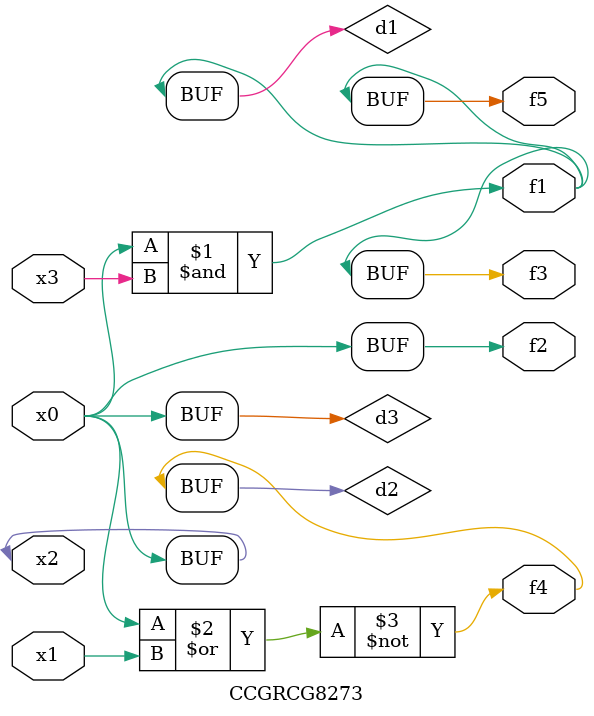
<source format=v>
module CCGRCG8273(
	input x0, x1, x2, x3,
	output f1, f2, f3, f4, f5
);

	wire d1, d2, d3;

	and (d1, x2, x3);
	nor (d2, x0, x1);
	buf (d3, x0, x2);
	assign f1 = d1;
	assign f2 = d3;
	assign f3 = d1;
	assign f4 = d2;
	assign f5 = d1;
endmodule

</source>
